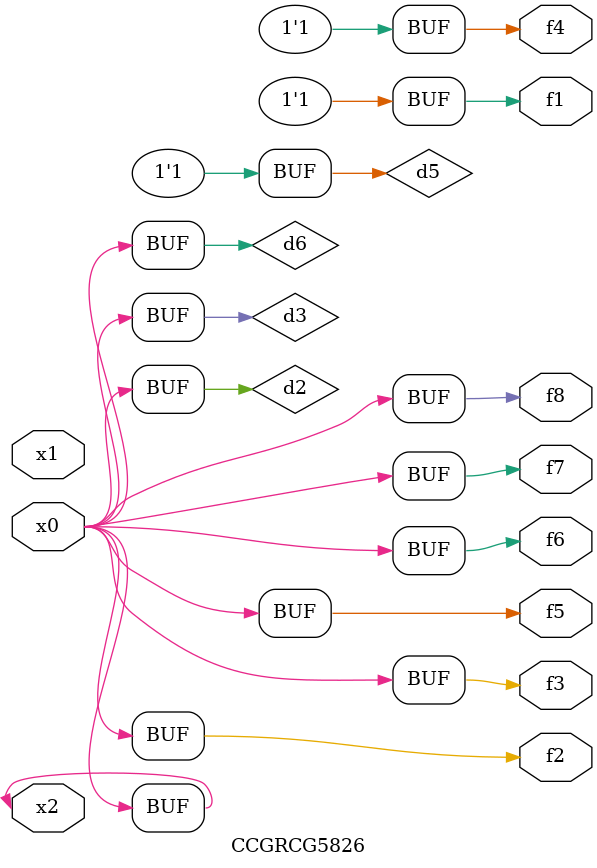
<source format=v>
module CCGRCG5826(
	input x0, x1, x2,
	output f1, f2, f3, f4, f5, f6, f7, f8
);

	wire d1, d2, d3, d4, d5, d6;

	xnor (d1, x2);
	buf (d2, x0, x2);
	and (d3, x0);
	xnor (d4, x1, x2);
	nand (d5, d1, d3);
	buf (d6, d2, d3);
	assign f1 = d5;
	assign f2 = d6;
	assign f3 = d6;
	assign f4 = d5;
	assign f5 = d6;
	assign f6 = d6;
	assign f7 = d6;
	assign f8 = d6;
endmodule

</source>
